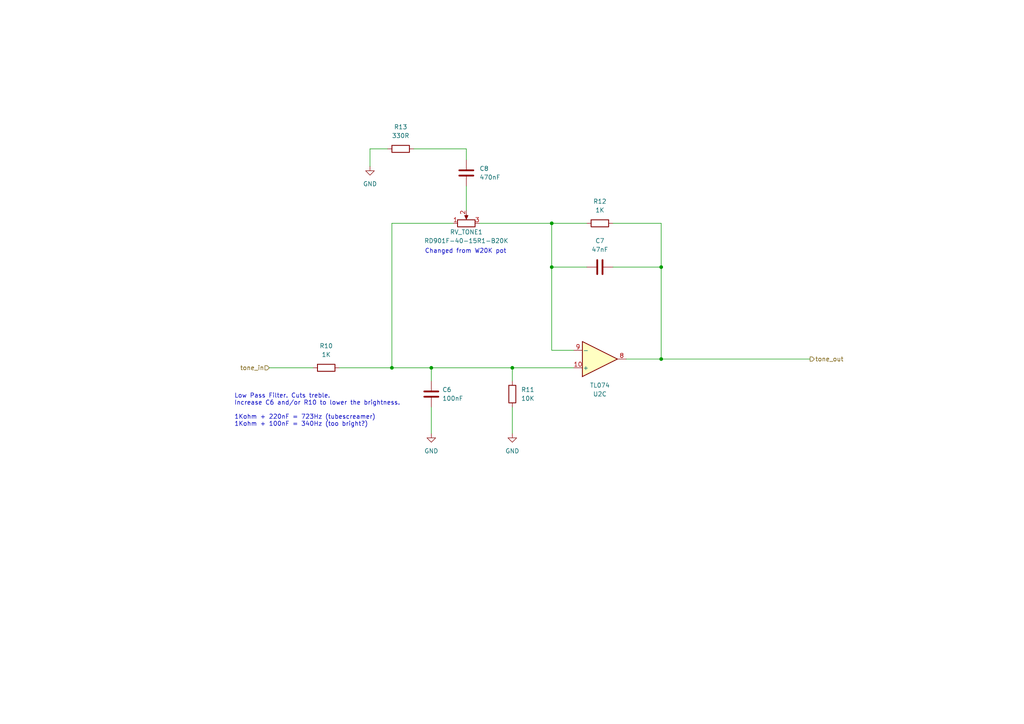
<source format=kicad_sch>
(kicad_sch (version 20230121) (generator eeschema)
  (paper "A4")
  (lib_symbols
    (symbol "Amplifier_Operational:TL074" (pin_names (offset 0.127))
      (property "Reference" "U" (at 0 5.08 0))
      (property "Value" "TL074" (at 0 -5.08 0))
      (symbol "TL074_1_1"
        (polyline (pts (xy -5.08 5.08) (xy 5.08 0) (xy -5.08 -5.08) (xy -5.08 5.08)) (stroke (width 0.254)) (fill (type background)))
        (pin output line (at 7.62 0 180) (length 2.54) (name "~") (number "1"))
        (pin input line (at -7.62 -2.54 0) (length 2.54) (name "-") (number "2"))
        (pin input line (at -7.62 2.54 0) (length 2.54) (name "+") (number "3"))
      )
      (symbol "TL074_2_1"
        (polyline (pts (xy -5.08 5.08) (xy 5.08 0) (xy -5.08 -5.08) (xy -5.08 5.08)) (stroke (width 0.254)) (fill (type background)))
        (pin input line (at -7.62 2.54 0) (length 2.54) (name "+") (number "5"))
        (pin input line (at -7.62 -2.54 0) (length 2.54) (name "-") (number "6"))
        (pin output line (at 7.62 0 180) (length 2.54) (name "~") (number "7"))
      )
      (symbol "TL074_3_1"
        (polyline (pts (xy -5.08 5.08) (xy 5.08 0) (xy -5.08 -5.08) (xy -5.08 5.08)) (stroke (width 0.254)) (fill (type background)))
        (pin input line (at -7.62 2.54 0) (length 2.54) (name "+") (number "10"))
        (pin output line (at 7.62 0 180) (length 2.54) (name "~") (number "8"))
        (pin input line (at -7.62 -2.54 0) (length 2.54) (name "-") (number "9"))
      )
      (symbol "TL074_4_1"
        (polyline (pts (xy -5.08 5.08) (xy 5.08 0) (xy -5.08 -5.08) (xy -5.08 5.08)) (stroke (width 0.254)) (fill (type background)))
        (pin input line (at -7.62 2.54 0) (length 2.54) (name "+") (number "12"))
        (pin input line (at -7.62 -2.54 0) (length 2.54) (name "-") (number "13"))
        (pin output line (at 7.62 0 180) (length 2.54) (name "~") (number "14"))
      )
      (symbol "TL074_5_1"
        (pin power_in line (at -2.54 -7.62 90) (length 3.81) (name "V-") (number "11"))
        (pin power_in line (at -2.54 7.62 270) (length 3.81) (name "V+") (number "4"))
      )
    )
    (symbol "Device:C" (pin_numbers hide) (pin_names (offset 0.254))
      (property "Reference" "C" (at 0.635 2.54 0))
      (property "Value" "C" (at 0.635 -2.54 0))
      (symbol "C_0_1"
        (polyline (pts (xy -2.032 -0.762) (xy 2.032 -0.762)) (stroke (width 0.508)))
        (polyline (pts (xy -2.032 0.762) (xy 2.032 0.762)) (stroke (width 0.508)))
      )
      (symbol "C_1_1"
        (pin passive line (at 0 3.81 270) (length 2.794) (name "~") (number "1"))
        (pin passive line (at 0 -3.81 90) (length 2.794) (name "~") (number "2"))
      )
    )
    (symbol "Device:R" (pin_numbers hide) (pin_names (offset 0))
      (property "Reference" "R" (at 2.032 0 90))
      (property "Value" "R" (at 0 0 90))
      (symbol "R_0_1"
        (rectangle (start -1.016 -2.54) (end 1.016 2.54) (stroke (width 0.254)))
      )
      (symbol "R_1_1"
        (pin passive line (at 0 3.81 270) (length 1.27) (name "~") (number "1"))
        (pin passive line (at 0 -3.81 90) (length 1.27) (name "~") (number "2"))
      )
    )
    (symbol "Device:R_Potentiometer" (pin_names (offset 1.016) hide)
      (property "Reference" "RV" (at -4.445 0 90))
      (property "Value" "R_Potentiometer" (at -2.54 0 90))
      (symbol "R_Potentiometer_0_1"
        (polyline (pts (xy 2.54 0) (xy 1.524 0)))
        (polyline (pts (xy 1.143 0) (xy 2.286 0.508) (xy 2.286 -0.508) (xy 1.143 0)) (fill (type outline)))
        (rectangle (start 1.016 2.54) (end -1.016 -2.54) (stroke (width 0.254)))
      )
      (symbol "R_Potentiometer_1_1"
        (pin passive line (at 0 3.81 270) (length 1.27) (name "1") (number "1"))
        (pin passive line (at 3.81 0 180) (length 1.27) (name "2") (number "2"))
        (pin passive line (at 0 -3.81 90) (length 1.27) (name "3") (number "3"))
      )
    )
    (symbol "power:GND" (power) (pin_names (offset 0))
      (property "Value" "GND" (at 0 -3.81 0))
      (symbol "GND_0_1"
        (polyline (pts (xy 0 0) (xy 0 -1.27) (xy 1.27 -1.27) (xy 0 -2.54) (xy -1.27 -1.27) (xy 0 -1.27)))
      )
      (symbol "GND_1_1"
        (pin power_in line (at 0 0 270) (length 0) hide (name "GND") (number "1"))
      )
    )
  )
  (junction (at 160.02 77.47))
  (junction (at 191.77 77.47))
  (junction (at 113.665 106.68))
  (junction (at 125.095 106.68))
  (junction (at 148.59 106.68))
  (junction (at 160.02 64.77))
  (junction (at 191.77 104.14))
  (wire (pts (xy 148.59 106.68) (xy 166.37 106.68)))
  (wire (pts (xy 125.095 106.68) (xy 113.665 106.68)))
  (wire (pts (xy 181.61 104.14) (xy 191.77 104.14)))
  (wire (pts (xy 135.255 53.975) (xy 135.255 60.96)))
  (wire (pts (xy 125.095 118.11) (xy 125.095 125.73)))
  (wire (pts (xy 191.77 104.14) (xy 191.77 77.47)))
  (wire (pts (xy 78.105 106.68) (xy 90.805 106.68)))
  (wire (pts (xy 148.59 106.68) (xy 148.59 110.49)))
  (wire (pts (xy 191.77 64.77) (xy 191.77 77.47)))
  (wire (pts (xy 191.77 77.47) (xy 177.8 77.47)))
  (wire (pts (xy 125.095 110.49) (xy 125.095 106.68)))
  (wire (pts (xy 160.02 64.77) (xy 160.02 77.47)))
  (wire (pts (xy 177.8 64.77) (xy 191.77 64.77)))
  (wire (pts (xy 120.015 43.18) (xy 135.255 43.18)))
  (wire (pts (xy 107.315 43.18) (xy 112.395 43.18)))
  (wire (pts (xy 113.665 64.77) (xy 113.665 106.68)))
  (wire (pts (xy 160.02 77.47) (xy 160.02 101.6)))
  (wire (pts (xy 170.18 64.77) (xy 160.02 64.77)))
  (wire (pts (xy 98.425 106.68) (xy 113.665 106.68)))
  (wire (pts (xy 107.315 48.26) (xy 107.315 43.18)))
  (wire (pts (xy 170.18 77.47) (xy 160.02 77.47)))
  (wire (pts (xy 113.665 64.77) (xy 131.445 64.77)))
  (wire (pts (xy 135.255 43.18) (xy 135.255 46.355)))
  (wire (pts (xy 160.02 101.6) (xy 166.37 101.6)))
  (wire (pts (xy 191.77 104.14) (xy 234.95 104.14)))
  (wire (pts (xy 139.065 64.77) (xy 160.02 64.77)))
  (wire (pts (xy 148.59 118.11) (xy 148.59 125.73)))
  (wire (pts (xy 125.095 106.68) (xy 148.59 106.68)))
  (text "Changed from W20K pot" (at 123.19 73.66 0) (effects (font (size 1.27 1.27)) (justify left bottom)))
  (text "Low Pass Filter. Cuts treble.\nIncrease C6 and/or R10 to lower the brightness.\n\n1Kohm + 220nF = 723Hz (tubescreamer)\n1Kohm + 100nF = 340Hz (too bright?)\n" (at 67.945 123.825 0) (effects (font (size 1.27 1.27)) (justify left bottom)))
  (hierarchical_label "tone_out" (shape output) (at 234.95 104.14 0))
  (hierarchical_label "tone_in" (shape input) (at 78.105 106.68 180))
  (symbol (lib_id "Amplifier_Operational:TL074") (at 173.99 104.14 0) (mirror x) (unit 3)
    (property "Reference" "U2" (at 173.99 114.3 0))
    (property "Value" "TL074" (at 173.99 111.76 0))
    (property "Footprint" "Package_SO:SOIC-8_3.9x4.9mm_P1.27mm" (effects hide))
    (property "Datasheet" "http://www.ti.com/lit/ds/symlink/tl071.pdf" (effects hide))
    (property "LCSC" "C12594" (effects hide))
  )
  (symbol (lib_id "power:GND") (at 125.095 125.73 0) (unit 1)
    (property "Reference" "#PWR09" (effects hide))
    (property "Value" "GND" (at 125.095 130.81 0))
  )
  (symbol (lib_id "Device:C") (at 135.255 50.165 180) (unit 1)
    (property "Reference" "C8" (at 139.065 48.895 0) (effects (justify right)))
    (property "Value" "470nF" (at 139.065 51.435 0) (effects (justify right)))
    (property "Footprint" "Capacitor_SMD:C_0805_2012Metric_Pad1.18x1.45mm_HandSolder" (effects hide))
    (property "Datasheet" "https://datasheet.lcsc.com/lcsc/2304140030_FH--Guangdong-Fenghua-Advanced-Tech-0603B104K500NT_C30926.pdf" (effects hide))
    (property "LCSC" "C106843" (effects hide))
  )
  (symbol (lib_id "Device:R") (at 173.99 64.77 90) (unit 1)
    (property "Reference" "R12" (at 173.99 58.42 90))
    (property "Value" "1K" (at 173.99 60.96 90))
    (property "Footprint" "Resistor_SMD:R_0805_2012Metric_Pad1.20x1.40mm_HandSolder" (effects hide))
    (property "LCSC" "C2907295" (effects hide))
  )
  (symbol (lib_id "Device:R_Potentiometer") (at 135.255 64.77 90) (unit 1)
    (property "Reference" "RV_TONE1" (at 135.255 67.31 90))
    (property "Value" "RD901F-40-15R1-B20K" (at 135.255 69.85 90))
    (property "Footprint" "Potentiometer_THT:Potentiometer_Alpha_RD901F-40-00D_Single_Vertical" (effects hide))
    (property "Datasheet" "http://www.taiwanalpha.com/downloads?target=products&id=113" (effects hide))
    (property "TAYDA" "A-1662" (effects hide))
  )
  (symbol (lib_id "Device:C") (at 125.095 114.3 0) (unit 1)
    (property "Reference" "C6" (at 128.27 113.03 0) (effects (justify left)))
    (property "Value" "100nF" (at 128.27 115.57 0) (effects (justify left)))
    (property "Footprint" "Capacitor_SMD:C_0805_2012Metric_Pad1.18x1.45mm_HandSolder" (effects hide))
    (property "LCSC" "C476766" (effects hide))
  )
  (symbol (lib_id "Device:R") (at 94.615 106.68 90) (unit 1)
    (property "Reference" "R10" (at 94.615 100.33 90))
    (property "Value" "1K" (at 94.615 102.87 90))
    (property "Footprint" "Resistor_SMD:R_0805_2012Metric_Pad1.20x1.40mm_HandSolder" (effects hide))
    (property "LCSC" "C2907295" (effects hide))
  )
  (symbol (lib_id "power:GND") (at 107.315 48.26 0) (unit 1)
    (property "Reference" "#PWR010" (effects hide))
    (property "Value" "GND" (at 107.315 53.34 0))
  )
  (symbol (lib_id "Device:R") (at 116.205 43.18 90) (unit 1)
    (property "Reference" "R13" (at 116.205 36.83 90))
    (property "Value" "330R" (at 116.205 39.37 90))
    (property "Footprint" "Resistor_SMD:R_0805_2012Metric_Pad1.20x1.40mm_HandSolder" (effects hide))
    (property "LCSC" "C2930157" (effects hide))
  )
  (symbol (lib_id "Device:R") (at 148.59 114.3 0) (unit 1)
    (property "Reference" "R11" (at 151.13 113.03 0) (effects (justify left)))
    (property "Value" "10K" (at 151.13 115.57 0) (effects (justify left)))
    (property "Footprint" "Resistor_SMD:R_0805_2012Metric_Pad1.20x1.40mm_HandSolder" (effects hide))
    (property "LCSC" "C2930231" (effects hide))
  )
  (symbol (lib_id "Device:C") (at 173.99 77.47 90) (unit 1)
    (property "Reference" "C7" (at 173.99 69.85 90))
    (property "Value" "47nF" (at 173.99 72.39 90))
    (property "Footprint" "Capacitor_SMD:C_0805_2012Metric_Pad1.18x1.45mm_HandSolder" (effects hide))
    (property "Datasheet" "https://datasheet.lcsc.com/lcsc/2304140030_YAGEO-CC0603KRX7R9BB473_C107093.pdf" (effects hide))
    (property "LCSC" "C282770" (effects hide))
  )
  (symbol (lib_id "power:GND") (at 148.59 125.73 0) (unit 1)
    (property "Reference" "#PWR08" (effects hide))
    (property "Value" "GND" (at 148.59 130.81 0))
  )
)
</source>
